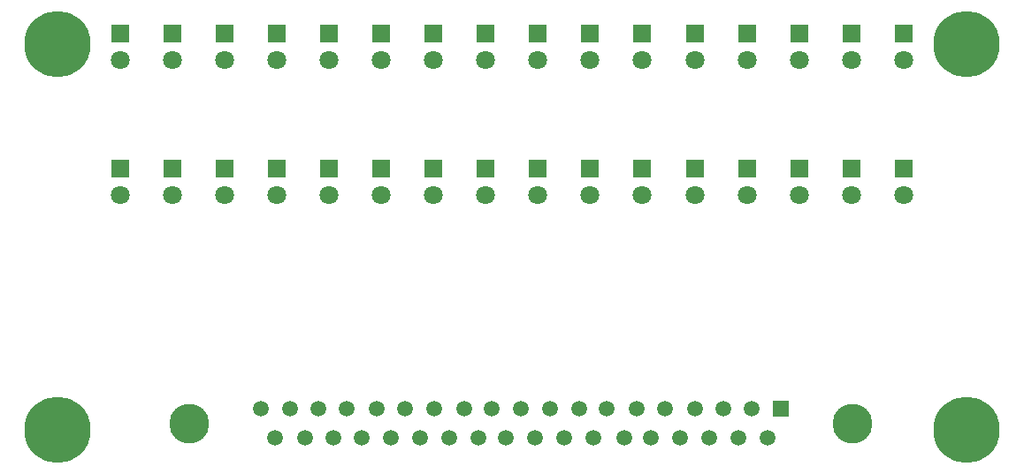
<source format=gtl>
G04 #@! TF.FileFunction,Copper,L1,Top,Signal*
%FSLAX46Y46*%
G04 Gerber Fmt 4.6, Leading zero omitted, Abs format (unit mm)*
G04 Created by KiCad (PCBNEW (after 2015-mar-04 BZR unknown)-product) date 5/25/2017 2:16:54 PM*
%MOMM*%
G01*
G04 APERTURE LIST*
%ADD10C,0.150000*%
%ADD11R,1.800000X1.800000*%
%ADD12C,1.800000*%
%ADD13C,3.810000*%
%ADD14R,1.520000X1.520000*%
%ADD15C,1.520000*%
%ADD16C,6.350000*%
G04 APERTURE END LIST*
D10*
D11*
X107000000Y-39000000D03*
D12*
X107000000Y-41540000D03*
D11*
X107000000Y-52000000D03*
D12*
X107000000Y-54540000D03*
D11*
X112000000Y-39000000D03*
D12*
X112000000Y-41540000D03*
D11*
X112000000Y-52000000D03*
D12*
X112000000Y-54540000D03*
D11*
X117000000Y-39000000D03*
D12*
X117000000Y-41540000D03*
D11*
X117000000Y-52000000D03*
D12*
X117000000Y-54540000D03*
D11*
X122000000Y-39000000D03*
D12*
X122000000Y-41540000D03*
D11*
X122000000Y-52000000D03*
D12*
X122000000Y-54540000D03*
D11*
X127000000Y-39000000D03*
D12*
X127000000Y-41540000D03*
D11*
X127000000Y-52000000D03*
D12*
X127000000Y-54540000D03*
D11*
X132000000Y-39000000D03*
D12*
X132000000Y-41540000D03*
D11*
X132000000Y-52000000D03*
D12*
X132000000Y-54540000D03*
D11*
X137000000Y-39000000D03*
D12*
X137000000Y-41540000D03*
D11*
X137000000Y-52000000D03*
D12*
X137000000Y-54540000D03*
D11*
X142000000Y-39000000D03*
D12*
X142000000Y-41540000D03*
D11*
X142000000Y-52000000D03*
D12*
X142000000Y-54540000D03*
D13*
X137110000Y-76400000D03*
X73610000Y-76400000D03*
D14*
X130250000Y-75000000D03*
D15*
X127460000Y-75000000D03*
X124790000Y-75000000D03*
X122000000Y-75000000D03*
X119200000Y-75000000D03*
X116410000Y-75000000D03*
X113610000Y-75000000D03*
X110950000Y-75000000D03*
X108150000Y-75000000D03*
X105360000Y-75000000D03*
X102560000Y-75000000D03*
X99900000Y-75000000D03*
X97100000Y-75000000D03*
X94310000Y-75000000D03*
X91520000Y-75000000D03*
X88720000Y-75000000D03*
X85930000Y-75000000D03*
X83260000Y-75000000D03*
X80470000Y-75000000D03*
X128980000Y-77790000D03*
X126190000Y-77790000D03*
X123390000Y-77790000D03*
X120600000Y-77790000D03*
X117800000Y-77790000D03*
X115260000Y-77790000D03*
X112340000Y-77790000D03*
X109550000Y-77790000D03*
X106750000Y-77790000D03*
X103960000Y-77790000D03*
X101290000Y-77790000D03*
X98500000Y-77790000D03*
X95710000Y-77790000D03*
X92910000Y-77790000D03*
X90120000Y-77790000D03*
X87450000Y-77790000D03*
X84660000Y-77790000D03*
X81860000Y-77790000D03*
D11*
X67000000Y-39000000D03*
D12*
X67000000Y-41540000D03*
D11*
X67000000Y-52000000D03*
D12*
X67000000Y-54540000D03*
D11*
X72000000Y-39000000D03*
D12*
X72000000Y-41540000D03*
D11*
X72000000Y-52000000D03*
D12*
X72000000Y-54540000D03*
D11*
X77000000Y-39000000D03*
D12*
X77000000Y-41540000D03*
D11*
X77000000Y-52000000D03*
D12*
X77000000Y-54540000D03*
D11*
X82000000Y-39000000D03*
D12*
X82000000Y-41540000D03*
D11*
X82000000Y-52000000D03*
D12*
X82000000Y-54540000D03*
D11*
X87000000Y-39000000D03*
D12*
X87000000Y-41540000D03*
D11*
X87000000Y-52000000D03*
D12*
X87000000Y-54540000D03*
D11*
X92000000Y-39000000D03*
D12*
X92000000Y-41540000D03*
D11*
X92000000Y-52000000D03*
D12*
X92000000Y-54540000D03*
D11*
X97000000Y-39000000D03*
D12*
X97000000Y-41540000D03*
D11*
X97000000Y-52000000D03*
D12*
X97000000Y-54540000D03*
D11*
X102000000Y-39000000D03*
D12*
X102000000Y-41540000D03*
D11*
X102000000Y-52000000D03*
D12*
X102000000Y-54540000D03*
D16*
X61000000Y-40000000D03*
X148000000Y-40000000D03*
X61000000Y-77000000D03*
X148000000Y-77000000D03*
M02*

</source>
